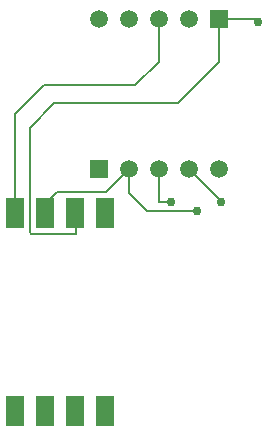
<source format=gbr>
G04 EAGLE Gerber RS-274X export*
G75*
%MOMM*%
%FSLAX34Y34*%
%LPD*%
%INTop Copper*%
%IPPOS*%
%AMOC8*
5,1,8,0,0,1.08239X$1,22.5*%
G01*
%ADD10R,1.520000X2.540000*%
%ADD11R,1.508000X1.508000*%
%ADD12C,1.508000*%
%ADD13C,0.152400*%
%ADD14C,0.756400*%


D10*
X154100Y192300D03*
X128700Y192300D03*
X103300Y192300D03*
X77900Y192300D03*
X77900Y24700D03*
X103300Y24700D03*
X128700Y24700D03*
X154100Y24700D03*
D11*
X148900Y229250D03*
D12*
X174300Y229250D03*
X199700Y229250D03*
X225100Y229250D03*
X250500Y229250D03*
X148900Y356000D03*
D11*
X250500Y356000D03*
D12*
X225100Y356000D03*
X199700Y356000D03*
X174300Y356000D03*
D13*
X77900Y275900D02*
X77900Y192300D01*
X102000Y300000D02*
X179500Y300000D01*
X199700Y320200D01*
X199700Y356000D01*
X102000Y300000D02*
X77900Y275900D01*
D14*
X209500Y201500D03*
D13*
X199700Y201500D01*
X199700Y229250D01*
D14*
X252000Y201500D03*
D13*
X252000Y202350D01*
X225100Y229250D01*
D14*
X283000Y354000D03*
D13*
X281000Y356000D01*
X250500Y356000D01*
X90000Y176000D02*
X91500Y174500D01*
X90000Y176000D02*
X90000Y264000D01*
X111000Y285000D01*
X216000Y285000D01*
X250500Y319500D01*
X250500Y356000D01*
X128700Y192300D02*
X129000Y192000D01*
X129000Y174500D01*
X91500Y174500D01*
D14*
X232000Y194000D03*
D13*
X189550Y194000D01*
X174300Y209250D01*
X174300Y229250D01*
X103300Y200050D02*
X103300Y192300D01*
X103300Y200050D02*
X112750Y209500D01*
X154500Y209500D01*
X155525Y210475D02*
X174300Y229250D01*
X155525Y210475D02*
X155475Y210475D01*
X154500Y209500D01*
M02*

</source>
